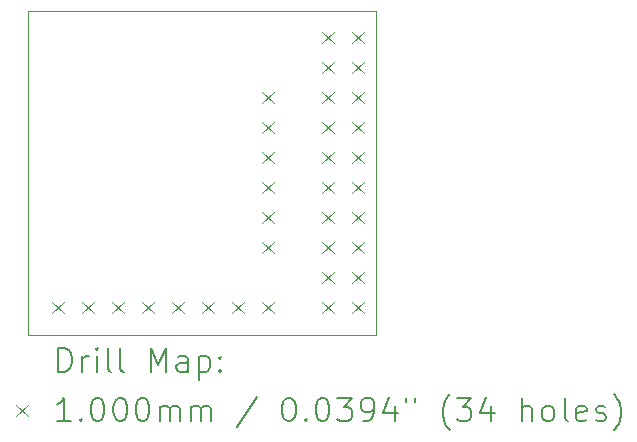
<source format=gbr>
%TF.GenerationSoftware,KiCad,Pcbnew,8.0.4*%
%TF.CreationDate,2024-08-09T15:13:58+02:00*%
%TF.ProjectId,acorn-userport-microsd-adapter,61636f72-6e2d-4757-9365-72706f72742d,rev?*%
%TF.SameCoordinates,Original*%
%TF.FileFunction,Drillmap*%
%TF.FilePolarity,Positive*%
%FSLAX45Y45*%
G04 Gerber Fmt 4.5, Leading zero omitted, Abs format (unit mm)*
G04 Created by KiCad (PCBNEW 8.0.4) date 2024-08-09 15:13:58*
%MOMM*%
%LPD*%
G01*
G04 APERTURE LIST*
%ADD10C,0.050000*%
%ADD11C,0.200000*%
%ADD12C,0.100000*%
G04 APERTURE END LIST*
D10*
X15392400Y-4851400D02*
X12446000Y-4851400D01*
X12446000Y-4851400D02*
X12446000Y-7594600D01*
X15392400Y-7594600D02*
X12446000Y-7594600D01*
X15392400Y-7594600D02*
X15392400Y-4851400D01*
D11*
D12*
X12648500Y-7316000D02*
X12748500Y-7416000D01*
X12748500Y-7316000D02*
X12648500Y-7416000D01*
X12902500Y-7316000D02*
X13002500Y-7416000D01*
X13002500Y-7316000D02*
X12902500Y-7416000D01*
X13156500Y-7316000D02*
X13256500Y-7416000D01*
X13256500Y-7316000D02*
X13156500Y-7416000D01*
X13410500Y-7316000D02*
X13510500Y-7416000D01*
X13510500Y-7316000D02*
X13410500Y-7416000D01*
X13664500Y-7316000D02*
X13764500Y-7416000D01*
X13764500Y-7316000D02*
X13664500Y-7416000D01*
X13918500Y-7316000D02*
X14018500Y-7416000D01*
X14018500Y-7316000D02*
X13918500Y-7416000D01*
X14172500Y-7316000D02*
X14272500Y-7416000D01*
X14272500Y-7316000D02*
X14172500Y-7416000D01*
X14426500Y-7316000D02*
X14526500Y-7416000D01*
X14526500Y-7316000D02*
X14426500Y-7416000D01*
X14428000Y-5538000D02*
X14528000Y-5638000D01*
X14528000Y-5538000D02*
X14428000Y-5638000D01*
X14428000Y-5792000D02*
X14528000Y-5892000D01*
X14528000Y-5792000D02*
X14428000Y-5892000D01*
X14428000Y-6046000D02*
X14528000Y-6146000D01*
X14528000Y-6046000D02*
X14428000Y-6146000D01*
X14428000Y-6300000D02*
X14528000Y-6400000D01*
X14528000Y-6300000D02*
X14428000Y-6400000D01*
X14428000Y-6554000D02*
X14528000Y-6654000D01*
X14528000Y-6554000D02*
X14428000Y-6654000D01*
X14428000Y-6808000D02*
X14528000Y-6908000D01*
X14528000Y-6808000D02*
X14428000Y-6908000D01*
X14936000Y-5030000D02*
X15036000Y-5130000D01*
X15036000Y-5030000D02*
X14936000Y-5130000D01*
X14936000Y-5284000D02*
X15036000Y-5384000D01*
X15036000Y-5284000D02*
X14936000Y-5384000D01*
X14936000Y-5538000D02*
X15036000Y-5638000D01*
X15036000Y-5538000D02*
X14936000Y-5638000D01*
X14936000Y-5792000D02*
X15036000Y-5892000D01*
X15036000Y-5792000D02*
X14936000Y-5892000D01*
X14936000Y-6046000D02*
X15036000Y-6146000D01*
X15036000Y-6046000D02*
X14936000Y-6146000D01*
X14936000Y-6300000D02*
X15036000Y-6400000D01*
X15036000Y-6300000D02*
X14936000Y-6400000D01*
X14936000Y-6554000D02*
X15036000Y-6654000D01*
X15036000Y-6554000D02*
X14936000Y-6654000D01*
X14936000Y-6808000D02*
X15036000Y-6908000D01*
X15036000Y-6808000D02*
X14936000Y-6908000D01*
X14936000Y-7062000D02*
X15036000Y-7162000D01*
X15036000Y-7062000D02*
X14936000Y-7162000D01*
X14936000Y-7316000D02*
X15036000Y-7416000D01*
X15036000Y-7316000D02*
X14936000Y-7416000D01*
X15190000Y-5030000D02*
X15290000Y-5130000D01*
X15290000Y-5030000D02*
X15190000Y-5130000D01*
X15190000Y-5284000D02*
X15290000Y-5384000D01*
X15290000Y-5284000D02*
X15190000Y-5384000D01*
X15190000Y-5538000D02*
X15290000Y-5638000D01*
X15290000Y-5538000D02*
X15190000Y-5638000D01*
X15190000Y-5792000D02*
X15290000Y-5892000D01*
X15290000Y-5792000D02*
X15190000Y-5892000D01*
X15190000Y-6046000D02*
X15290000Y-6146000D01*
X15290000Y-6046000D02*
X15190000Y-6146000D01*
X15190000Y-6300000D02*
X15290000Y-6400000D01*
X15290000Y-6300000D02*
X15190000Y-6400000D01*
X15190000Y-6554000D02*
X15290000Y-6654000D01*
X15290000Y-6554000D02*
X15190000Y-6654000D01*
X15190000Y-6808000D02*
X15290000Y-6908000D01*
X15290000Y-6808000D02*
X15190000Y-6908000D01*
X15190000Y-7062000D02*
X15290000Y-7162000D01*
X15290000Y-7062000D02*
X15190000Y-7162000D01*
X15190000Y-7316000D02*
X15290000Y-7416000D01*
X15290000Y-7316000D02*
X15190000Y-7416000D01*
D11*
X12704277Y-7908584D02*
X12704277Y-7708584D01*
X12704277Y-7708584D02*
X12751896Y-7708584D01*
X12751896Y-7708584D02*
X12780467Y-7718108D01*
X12780467Y-7718108D02*
X12799515Y-7737155D01*
X12799515Y-7737155D02*
X12809039Y-7756203D01*
X12809039Y-7756203D02*
X12818562Y-7794298D01*
X12818562Y-7794298D02*
X12818562Y-7822869D01*
X12818562Y-7822869D02*
X12809039Y-7860965D01*
X12809039Y-7860965D02*
X12799515Y-7880012D01*
X12799515Y-7880012D02*
X12780467Y-7899060D01*
X12780467Y-7899060D02*
X12751896Y-7908584D01*
X12751896Y-7908584D02*
X12704277Y-7908584D01*
X12904277Y-7908584D02*
X12904277Y-7775250D01*
X12904277Y-7813346D02*
X12913801Y-7794298D01*
X12913801Y-7794298D02*
X12923324Y-7784774D01*
X12923324Y-7784774D02*
X12942372Y-7775250D01*
X12942372Y-7775250D02*
X12961420Y-7775250D01*
X13028086Y-7908584D02*
X13028086Y-7775250D01*
X13028086Y-7708584D02*
X13018562Y-7718108D01*
X13018562Y-7718108D02*
X13028086Y-7727631D01*
X13028086Y-7727631D02*
X13037610Y-7718108D01*
X13037610Y-7718108D02*
X13028086Y-7708584D01*
X13028086Y-7708584D02*
X13028086Y-7727631D01*
X13151896Y-7908584D02*
X13132848Y-7899060D01*
X13132848Y-7899060D02*
X13123324Y-7880012D01*
X13123324Y-7880012D02*
X13123324Y-7708584D01*
X13256658Y-7908584D02*
X13237610Y-7899060D01*
X13237610Y-7899060D02*
X13228086Y-7880012D01*
X13228086Y-7880012D02*
X13228086Y-7708584D01*
X13485229Y-7908584D02*
X13485229Y-7708584D01*
X13485229Y-7708584D02*
X13551896Y-7851441D01*
X13551896Y-7851441D02*
X13618562Y-7708584D01*
X13618562Y-7708584D02*
X13618562Y-7908584D01*
X13799515Y-7908584D02*
X13799515Y-7803822D01*
X13799515Y-7803822D02*
X13789991Y-7784774D01*
X13789991Y-7784774D02*
X13770943Y-7775250D01*
X13770943Y-7775250D02*
X13732848Y-7775250D01*
X13732848Y-7775250D02*
X13713801Y-7784774D01*
X13799515Y-7899060D02*
X13780467Y-7908584D01*
X13780467Y-7908584D02*
X13732848Y-7908584D01*
X13732848Y-7908584D02*
X13713801Y-7899060D01*
X13713801Y-7899060D02*
X13704277Y-7880012D01*
X13704277Y-7880012D02*
X13704277Y-7860965D01*
X13704277Y-7860965D02*
X13713801Y-7841917D01*
X13713801Y-7841917D02*
X13732848Y-7832393D01*
X13732848Y-7832393D02*
X13780467Y-7832393D01*
X13780467Y-7832393D02*
X13799515Y-7822869D01*
X13894753Y-7775250D02*
X13894753Y-7975250D01*
X13894753Y-7784774D02*
X13913801Y-7775250D01*
X13913801Y-7775250D02*
X13951896Y-7775250D01*
X13951896Y-7775250D02*
X13970943Y-7784774D01*
X13970943Y-7784774D02*
X13980467Y-7794298D01*
X13980467Y-7794298D02*
X13989991Y-7813346D01*
X13989991Y-7813346D02*
X13989991Y-7870488D01*
X13989991Y-7870488D02*
X13980467Y-7889536D01*
X13980467Y-7889536D02*
X13970943Y-7899060D01*
X13970943Y-7899060D02*
X13951896Y-7908584D01*
X13951896Y-7908584D02*
X13913801Y-7908584D01*
X13913801Y-7908584D02*
X13894753Y-7899060D01*
X14075705Y-7889536D02*
X14085229Y-7899060D01*
X14085229Y-7899060D02*
X14075705Y-7908584D01*
X14075705Y-7908584D02*
X14066182Y-7899060D01*
X14066182Y-7899060D02*
X14075705Y-7889536D01*
X14075705Y-7889536D02*
X14075705Y-7908584D01*
X14075705Y-7784774D02*
X14085229Y-7794298D01*
X14085229Y-7794298D02*
X14075705Y-7803822D01*
X14075705Y-7803822D02*
X14066182Y-7794298D01*
X14066182Y-7794298D02*
X14075705Y-7784774D01*
X14075705Y-7784774D02*
X14075705Y-7803822D01*
D12*
X12343500Y-8187100D02*
X12443500Y-8287100D01*
X12443500Y-8187100D02*
X12343500Y-8287100D01*
D11*
X12809039Y-8328584D02*
X12694753Y-8328584D01*
X12751896Y-8328584D02*
X12751896Y-8128584D01*
X12751896Y-8128584D02*
X12732848Y-8157155D01*
X12732848Y-8157155D02*
X12713801Y-8176203D01*
X12713801Y-8176203D02*
X12694753Y-8185727D01*
X12894753Y-8309536D02*
X12904277Y-8319060D01*
X12904277Y-8319060D02*
X12894753Y-8328584D01*
X12894753Y-8328584D02*
X12885229Y-8319060D01*
X12885229Y-8319060D02*
X12894753Y-8309536D01*
X12894753Y-8309536D02*
X12894753Y-8328584D01*
X13028086Y-8128584D02*
X13047134Y-8128584D01*
X13047134Y-8128584D02*
X13066182Y-8138108D01*
X13066182Y-8138108D02*
X13075705Y-8147631D01*
X13075705Y-8147631D02*
X13085229Y-8166679D01*
X13085229Y-8166679D02*
X13094753Y-8204774D01*
X13094753Y-8204774D02*
X13094753Y-8252393D01*
X13094753Y-8252393D02*
X13085229Y-8290488D01*
X13085229Y-8290488D02*
X13075705Y-8309536D01*
X13075705Y-8309536D02*
X13066182Y-8319060D01*
X13066182Y-8319060D02*
X13047134Y-8328584D01*
X13047134Y-8328584D02*
X13028086Y-8328584D01*
X13028086Y-8328584D02*
X13009039Y-8319060D01*
X13009039Y-8319060D02*
X12999515Y-8309536D01*
X12999515Y-8309536D02*
X12989991Y-8290488D01*
X12989991Y-8290488D02*
X12980467Y-8252393D01*
X12980467Y-8252393D02*
X12980467Y-8204774D01*
X12980467Y-8204774D02*
X12989991Y-8166679D01*
X12989991Y-8166679D02*
X12999515Y-8147631D01*
X12999515Y-8147631D02*
X13009039Y-8138108D01*
X13009039Y-8138108D02*
X13028086Y-8128584D01*
X13218562Y-8128584D02*
X13237610Y-8128584D01*
X13237610Y-8128584D02*
X13256658Y-8138108D01*
X13256658Y-8138108D02*
X13266182Y-8147631D01*
X13266182Y-8147631D02*
X13275705Y-8166679D01*
X13275705Y-8166679D02*
X13285229Y-8204774D01*
X13285229Y-8204774D02*
X13285229Y-8252393D01*
X13285229Y-8252393D02*
X13275705Y-8290488D01*
X13275705Y-8290488D02*
X13266182Y-8309536D01*
X13266182Y-8309536D02*
X13256658Y-8319060D01*
X13256658Y-8319060D02*
X13237610Y-8328584D01*
X13237610Y-8328584D02*
X13218562Y-8328584D01*
X13218562Y-8328584D02*
X13199515Y-8319060D01*
X13199515Y-8319060D02*
X13189991Y-8309536D01*
X13189991Y-8309536D02*
X13180467Y-8290488D01*
X13180467Y-8290488D02*
X13170943Y-8252393D01*
X13170943Y-8252393D02*
X13170943Y-8204774D01*
X13170943Y-8204774D02*
X13180467Y-8166679D01*
X13180467Y-8166679D02*
X13189991Y-8147631D01*
X13189991Y-8147631D02*
X13199515Y-8138108D01*
X13199515Y-8138108D02*
X13218562Y-8128584D01*
X13409039Y-8128584D02*
X13428086Y-8128584D01*
X13428086Y-8128584D02*
X13447134Y-8138108D01*
X13447134Y-8138108D02*
X13456658Y-8147631D01*
X13456658Y-8147631D02*
X13466182Y-8166679D01*
X13466182Y-8166679D02*
X13475705Y-8204774D01*
X13475705Y-8204774D02*
X13475705Y-8252393D01*
X13475705Y-8252393D02*
X13466182Y-8290488D01*
X13466182Y-8290488D02*
X13456658Y-8309536D01*
X13456658Y-8309536D02*
X13447134Y-8319060D01*
X13447134Y-8319060D02*
X13428086Y-8328584D01*
X13428086Y-8328584D02*
X13409039Y-8328584D01*
X13409039Y-8328584D02*
X13389991Y-8319060D01*
X13389991Y-8319060D02*
X13380467Y-8309536D01*
X13380467Y-8309536D02*
X13370943Y-8290488D01*
X13370943Y-8290488D02*
X13361420Y-8252393D01*
X13361420Y-8252393D02*
X13361420Y-8204774D01*
X13361420Y-8204774D02*
X13370943Y-8166679D01*
X13370943Y-8166679D02*
X13380467Y-8147631D01*
X13380467Y-8147631D02*
X13389991Y-8138108D01*
X13389991Y-8138108D02*
X13409039Y-8128584D01*
X13561420Y-8328584D02*
X13561420Y-8195250D01*
X13561420Y-8214298D02*
X13570943Y-8204774D01*
X13570943Y-8204774D02*
X13589991Y-8195250D01*
X13589991Y-8195250D02*
X13618563Y-8195250D01*
X13618563Y-8195250D02*
X13637610Y-8204774D01*
X13637610Y-8204774D02*
X13647134Y-8223822D01*
X13647134Y-8223822D02*
X13647134Y-8328584D01*
X13647134Y-8223822D02*
X13656658Y-8204774D01*
X13656658Y-8204774D02*
X13675705Y-8195250D01*
X13675705Y-8195250D02*
X13704277Y-8195250D01*
X13704277Y-8195250D02*
X13723324Y-8204774D01*
X13723324Y-8204774D02*
X13732848Y-8223822D01*
X13732848Y-8223822D02*
X13732848Y-8328584D01*
X13828086Y-8328584D02*
X13828086Y-8195250D01*
X13828086Y-8214298D02*
X13837610Y-8204774D01*
X13837610Y-8204774D02*
X13856658Y-8195250D01*
X13856658Y-8195250D02*
X13885229Y-8195250D01*
X13885229Y-8195250D02*
X13904277Y-8204774D01*
X13904277Y-8204774D02*
X13913801Y-8223822D01*
X13913801Y-8223822D02*
X13913801Y-8328584D01*
X13913801Y-8223822D02*
X13923324Y-8204774D01*
X13923324Y-8204774D02*
X13942372Y-8195250D01*
X13942372Y-8195250D02*
X13970943Y-8195250D01*
X13970943Y-8195250D02*
X13989991Y-8204774D01*
X13989991Y-8204774D02*
X13999515Y-8223822D01*
X13999515Y-8223822D02*
X13999515Y-8328584D01*
X14389991Y-8119060D02*
X14218563Y-8376203D01*
X14647134Y-8128584D02*
X14666182Y-8128584D01*
X14666182Y-8128584D02*
X14685229Y-8138108D01*
X14685229Y-8138108D02*
X14694753Y-8147631D01*
X14694753Y-8147631D02*
X14704277Y-8166679D01*
X14704277Y-8166679D02*
X14713801Y-8204774D01*
X14713801Y-8204774D02*
X14713801Y-8252393D01*
X14713801Y-8252393D02*
X14704277Y-8290488D01*
X14704277Y-8290488D02*
X14694753Y-8309536D01*
X14694753Y-8309536D02*
X14685229Y-8319060D01*
X14685229Y-8319060D02*
X14666182Y-8328584D01*
X14666182Y-8328584D02*
X14647134Y-8328584D01*
X14647134Y-8328584D02*
X14628086Y-8319060D01*
X14628086Y-8319060D02*
X14618563Y-8309536D01*
X14618563Y-8309536D02*
X14609039Y-8290488D01*
X14609039Y-8290488D02*
X14599515Y-8252393D01*
X14599515Y-8252393D02*
X14599515Y-8204774D01*
X14599515Y-8204774D02*
X14609039Y-8166679D01*
X14609039Y-8166679D02*
X14618563Y-8147631D01*
X14618563Y-8147631D02*
X14628086Y-8138108D01*
X14628086Y-8138108D02*
X14647134Y-8128584D01*
X14799515Y-8309536D02*
X14809039Y-8319060D01*
X14809039Y-8319060D02*
X14799515Y-8328584D01*
X14799515Y-8328584D02*
X14789991Y-8319060D01*
X14789991Y-8319060D02*
X14799515Y-8309536D01*
X14799515Y-8309536D02*
X14799515Y-8328584D01*
X14932848Y-8128584D02*
X14951896Y-8128584D01*
X14951896Y-8128584D02*
X14970944Y-8138108D01*
X14970944Y-8138108D02*
X14980467Y-8147631D01*
X14980467Y-8147631D02*
X14989991Y-8166679D01*
X14989991Y-8166679D02*
X14999515Y-8204774D01*
X14999515Y-8204774D02*
X14999515Y-8252393D01*
X14999515Y-8252393D02*
X14989991Y-8290488D01*
X14989991Y-8290488D02*
X14980467Y-8309536D01*
X14980467Y-8309536D02*
X14970944Y-8319060D01*
X14970944Y-8319060D02*
X14951896Y-8328584D01*
X14951896Y-8328584D02*
X14932848Y-8328584D01*
X14932848Y-8328584D02*
X14913801Y-8319060D01*
X14913801Y-8319060D02*
X14904277Y-8309536D01*
X14904277Y-8309536D02*
X14894753Y-8290488D01*
X14894753Y-8290488D02*
X14885229Y-8252393D01*
X14885229Y-8252393D02*
X14885229Y-8204774D01*
X14885229Y-8204774D02*
X14894753Y-8166679D01*
X14894753Y-8166679D02*
X14904277Y-8147631D01*
X14904277Y-8147631D02*
X14913801Y-8138108D01*
X14913801Y-8138108D02*
X14932848Y-8128584D01*
X15066182Y-8128584D02*
X15189991Y-8128584D01*
X15189991Y-8128584D02*
X15123325Y-8204774D01*
X15123325Y-8204774D02*
X15151896Y-8204774D01*
X15151896Y-8204774D02*
X15170944Y-8214298D01*
X15170944Y-8214298D02*
X15180467Y-8223822D01*
X15180467Y-8223822D02*
X15189991Y-8242869D01*
X15189991Y-8242869D02*
X15189991Y-8290488D01*
X15189991Y-8290488D02*
X15180467Y-8309536D01*
X15180467Y-8309536D02*
X15170944Y-8319060D01*
X15170944Y-8319060D02*
X15151896Y-8328584D01*
X15151896Y-8328584D02*
X15094753Y-8328584D01*
X15094753Y-8328584D02*
X15075706Y-8319060D01*
X15075706Y-8319060D02*
X15066182Y-8309536D01*
X15285229Y-8328584D02*
X15323325Y-8328584D01*
X15323325Y-8328584D02*
X15342372Y-8319060D01*
X15342372Y-8319060D02*
X15351896Y-8309536D01*
X15351896Y-8309536D02*
X15370944Y-8280965D01*
X15370944Y-8280965D02*
X15380467Y-8242869D01*
X15380467Y-8242869D02*
X15380467Y-8166679D01*
X15380467Y-8166679D02*
X15370944Y-8147631D01*
X15370944Y-8147631D02*
X15361420Y-8138108D01*
X15361420Y-8138108D02*
X15342372Y-8128584D01*
X15342372Y-8128584D02*
X15304277Y-8128584D01*
X15304277Y-8128584D02*
X15285229Y-8138108D01*
X15285229Y-8138108D02*
X15275706Y-8147631D01*
X15275706Y-8147631D02*
X15266182Y-8166679D01*
X15266182Y-8166679D02*
X15266182Y-8214298D01*
X15266182Y-8214298D02*
X15275706Y-8233346D01*
X15275706Y-8233346D02*
X15285229Y-8242869D01*
X15285229Y-8242869D02*
X15304277Y-8252393D01*
X15304277Y-8252393D02*
X15342372Y-8252393D01*
X15342372Y-8252393D02*
X15361420Y-8242869D01*
X15361420Y-8242869D02*
X15370944Y-8233346D01*
X15370944Y-8233346D02*
X15380467Y-8214298D01*
X15551896Y-8195250D02*
X15551896Y-8328584D01*
X15504277Y-8119060D02*
X15456658Y-8261917D01*
X15456658Y-8261917D02*
X15580467Y-8261917D01*
X15647134Y-8128584D02*
X15647134Y-8166679D01*
X15723325Y-8128584D02*
X15723325Y-8166679D01*
X16018563Y-8404774D02*
X16009039Y-8395250D01*
X16009039Y-8395250D02*
X15989991Y-8366679D01*
X15989991Y-8366679D02*
X15980468Y-8347631D01*
X15980468Y-8347631D02*
X15970944Y-8319060D01*
X15970944Y-8319060D02*
X15961420Y-8271441D01*
X15961420Y-8271441D02*
X15961420Y-8233346D01*
X15961420Y-8233346D02*
X15970944Y-8185727D01*
X15970944Y-8185727D02*
X15980468Y-8157155D01*
X15980468Y-8157155D02*
X15989991Y-8138108D01*
X15989991Y-8138108D02*
X16009039Y-8109536D01*
X16009039Y-8109536D02*
X16018563Y-8100012D01*
X16075706Y-8128584D02*
X16199515Y-8128584D01*
X16199515Y-8128584D02*
X16132848Y-8204774D01*
X16132848Y-8204774D02*
X16161420Y-8204774D01*
X16161420Y-8204774D02*
X16180468Y-8214298D01*
X16180468Y-8214298D02*
X16189991Y-8223822D01*
X16189991Y-8223822D02*
X16199515Y-8242869D01*
X16199515Y-8242869D02*
X16199515Y-8290488D01*
X16199515Y-8290488D02*
X16189991Y-8309536D01*
X16189991Y-8309536D02*
X16180468Y-8319060D01*
X16180468Y-8319060D02*
X16161420Y-8328584D01*
X16161420Y-8328584D02*
X16104277Y-8328584D01*
X16104277Y-8328584D02*
X16085229Y-8319060D01*
X16085229Y-8319060D02*
X16075706Y-8309536D01*
X16370944Y-8195250D02*
X16370944Y-8328584D01*
X16323325Y-8119060D02*
X16275706Y-8261917D01*
X16275706Y-8261917D02*
X16399515Y-8261917D01*
X16628087Y-8328584D02*
X16628087Y-8128584D01*
X16713801Y-8328584D02*
X16713801Y-8223822D01*
X16713801Y-8223822D02*
X16704277Y-8204774D01*
X16704277Y-8204774D02*
X16685230Y-8195250D01*
X16685230Y-8195250D02*
X16656658Y-8195250D01*
X16656658Y-8195250D02*
X16637610Y-8204774D01*
X16637610Y-8204774D02*
X16628087Y-8214298D01*
X16837611Y-8328584D02*
X16818563Y-8319060D01*
X16818563Y-8319060D02*
X16809039Y-8309536D01*
X16809039Y-8309536D02*
X16799515Y-8290488D01*
X16799515Y-8290488D02*
X16799515Y-8233346D01*
X16799515Y-8233346D02*
X16809039Y-8214298D01*
X16809039Y-8214298D02*
X16818563Y-8204774D01*
X16818563Y-8204774D02*
X16837611Y-8195250D01*
X16837611Y-8195250D02*
X16866182Y-8195250D01*
X16866182Y-8195250D02*
X16885230Y-8204774D01*
X16885230Y-8204774D02*
X16894753Y-8214298D01*
X16894753Y-8214298D02*
X16904277Y-8233346D01*
X16904277Y-8233346D02*
X16904277Y-8290488D01*
X16904277Y-8290488D02*
X16894753Y-8309536D01*
X16894753Y-8309536D02*
X16885230Y-8319060D01*
X16885230Y-8319060D02*
X16866182Y-8328584D01*
X16866182Y-8328584D02*
X16837611Y-8328584D01*
X17018563Y-8328584D02*
X16999515Y-8319060D01*
X16999515Y-8319060D02*
X16989992Y-8300012D01*
X16989992Y-8300012D02*
X16989992Y-8128584D01*
X17170944Y-8319060D02*
X17151896Y-8328584D01*
X17151896Y-8328584D02*
X17113801Y-8328584D01*
X17113801Y-8328584D02*
X17094753Y-8319060D01*
X17094753Y-8319060D02*
X17085230Y-8300012D01*
X17085230Y-8300012D02*
X17085230Y-8223822D01*
X17085230Y-8223822D02*
X17094753Y-8204774D01*
X17094753Y-8204774D02*
X17113801Y-8195250D01*
X17113801Y-8195250D02*
X17151896Y-8195250D01*
X17151896Y-8195250D02*
X17170944Y-8204774D01*
X17170944Y-8204774D02*
X17180468Y-8223822D01*
X17180468Y-8223822D02*
X17180468Y-8242869D01*
X17180468Y-8242869D02*
X17085230Y-8261917D01*
X17256658Y-8319060D02*
X17275706Y-8328584D01*
X17275706Y-8328584D02*
X17313801Y-8328584D01*
X17313801Y-8328584D02*
X17332849Y-8319060D01*
X17332849Y-8319060D02*
X17342373Y-8300012D01*
X17342373Y-8300012D02*
X17342373Y-8290488D01*
X17342373Y-8290488D02*
X17332849Y-8271441D01*
X17332849Y-8271441D02*
X17313801Y-8261917D01*
X17313801Y-8261917D02*
X17285230Y-8261917D01*
X17285230Y-8261917D02*
X17266182Y-8252393D01*
X17266182Y-8252393D02*
X17256658Y-8233346D01*
X17256658Y-8233346D02*
X17256658Y-8223822D01*
X17256658Y-8223822D02*
X17266182Y-8204774D01*
X17266182Y-8204774D02*
X17285230Y-8195250D01*
X17285230Y-8195250D02*
X17313801Y-8195250D01*
X17313801Y-8195250D02*
X17332849Y-8204774D01*
X17409039Y-8404774D02*
X17418563Y-8395250D01*
X17418563Y-8395250D02*
X17437611Y-8366679D01*
X17437611Y-8366679D02*
X17447134Y-8347631D01*
X17447134Y-8347631D02*
X17456658Y-8319060D01*
X17456658Y-8319060D02*
X17466182Y-8271441D01*
X17466182Y-8271441D02*
X17466182Y-8233346D01*
X17466182Y-8233346D02*
X17456658Y-8185727D01*
X17456658Y-8185727D02*
X17447134Y-8157155D01*
X17447134Y-8157155D02*
X17437611Y-8138108D01*
X17437611Y-8138108D02*
X17418563Y-8109536D01*
X17418563Y-8109536D02*
X17409039Y-8100012D01*
M02*

</source>
